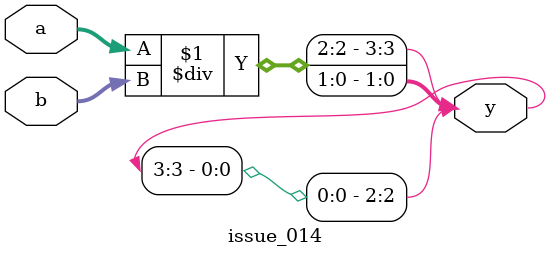
<source format=v>
module issue_014(a, b, y);
  // http://forums.xilinx.com/t5/Synthesis/Vivado-GDpGen-implementDivMod-DFNode-bool-Assertion-TBD-failed/td-p/401721
  input [1:0] a;
  input [2:0] b;
  output [3:0] y;
  // Vivado 2013.4 asserts on this test case:
  // vivado: /.../gencore/dp/GDpGenDivMod.cc:324: void GDpGen::implementDivMod(DFNode*, bool): Assertion `TBD' failed.
  assign y = $signed(a / b);
endmodule

</source>
